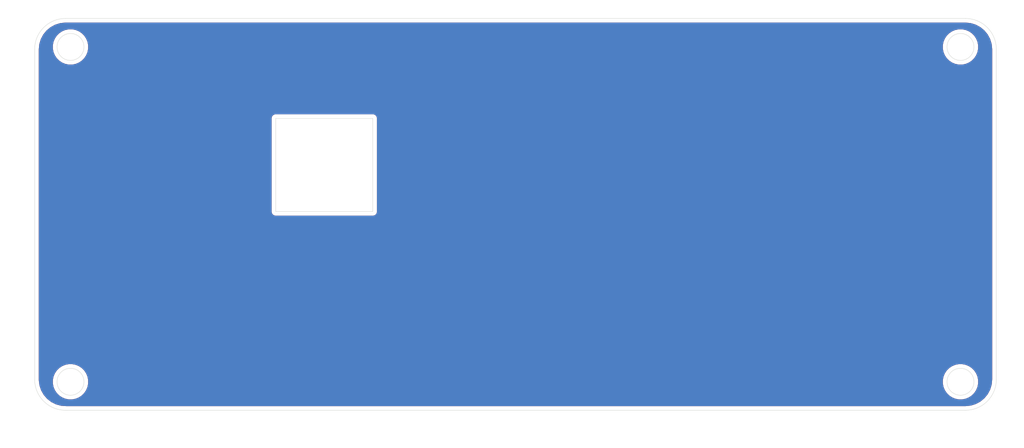
<source format=kicad_pcb>
(kicad_pcb (version 20171130) (host pcbnew "(5.1.9)-1")

  (general
    (thickness 1.6)
    (drawings 16)
    (tracks 0)
    (zones 0)
    (modules 0)
    (nets 1)
  )

  (page A4)
  (layers
    (0 F.Cu signal)
    (31 B.Cu signal)
    (32 B.Adhes user)
    (33 F.Adhes user)
    (34 B.Paste user)
    (35 F.Paste user)
    (36 B.SilkS user)
    (37 F.SilkS user)
    (38 B.Mask user)
    (39 F.Mask user)
    (40 Dwgs.User user)
    (41 Cmts.User user)
    (42 Eco1.User user)
    (43 Eco2.User user)
    (44 Edge.Cuts user)
    (45 Margin user)
    (46 B.CrtYd user)
    (47 F.CrtYd user)
    (48 B.Fab user)
    (49 F.Fab user)
  )

  (setup
    (last_trace_width 0.25)
    (trace_clearance 0.2)
    (zone_clearance 0.508)
    (zone_45_only no)
    (trace_min 0.2)
    (via_size 0.8)
    (via_drill 0.4)
    (via_min_size 0.4)
    (via_min_drill 0.3)
    (uvia_size 0.3)
    (uvia_drill 0.1)
    (uvias_allowed no)
    (uvia_min_size 0.2)
    (uvia_min_drill 0.1)
    (edge_width 0.05)
    (segment_width 0.2)
    (pcb_text_width 0.3)
    (pcb_text_size 1.5 1.5)
    (mod_edge_width 0.12)
    (mod_text_size 1 1)
    (mod_text_width 0.15)
    (pad_size 1.524 1.524)
    (pad_drill 0.762)
    (pad_to_mask_clearance 0)
    (aux_axis_origin 0 0)
    (visible_elements 7FFFFFFF)
    (pcbplotparams
      (layerselection 0x010fc_ffffffff)
      (usegerberextensions false)
      (usegerberattributes true)
      (usegerberadvancedattributes true)
      (creategerberjobfile true)
      (excludeedgelayer true)
      (linewidth 0.100000)
      (plotframeref false)
      (viasonmask false)
      (mode 1)
      (useauxorigin false)
      (hpglpennumber 1)
      (hpglpenspeed 20)
      (hpglpendiameter 15.000000)
      (psnegative false)
      (psa4output false)
      (plotreference true)
      (plotvalue true)
      (plotinvisibletext false)
      (padsonsilk false)
      (subtractmaskfromsilk false)
      (outputformat 1)
      (mirror false)
      (drillshape 0)
      (scaleselection 1)
      (outputdirectory "Gerber/"))
  )

  (net 0 "")

  (net_class Default "This is the default net class."
    (clearance 0.2)
    (trace_width 0.25)
    (via_dia 0.8)
    (via_drill 0.4)
    (uvia_dia 0.3)
    (uvia_drill 0.1)
  )

  (gr_line (start 31.285 25.085) (end 43.885 25.085) (layer Edge.Cuts) (width 0.05) (tstamp 61DCF5C1))
  (gr_line (start 31.285 12.985) (end 31.285 25.085) (layer Edge.Cuts) (width 0.05) (tstamp 61DCF5B8))
  (gr_arc (start 4 4) (end 4 0) (angle -90) (layer Edge.Cuts) (width 0.05) (tstamp 61DCF551))
  (gr_arc (start 120.8 4) (end 124.8 4) (angle -90) (layer Edge.Cuts) (width 0.05) (tstamp 61DCF54F))
  (gr_arc (start 120.8 46.9) (end 120.8 50.9) (angle -90) (layer Edge.Cuts) (width 0.05) (tstamp 61DCF54E))
  (gr_line (start 43.885 12.985) (end 43.885 25.085) (layer Edge.Cuts) (width 0.05) (tstamp 61DCF54D))
  (gr_line (start 0 4) (end 0 47) (layer Edge.Cuts) (width 0.05) (tstamp 61DCF54C))
  (gr_line (start 31.285 12.985) (end 43.885 12.985) (layer Edge.Cuts) (width 0.05) (tstamp 61DCF54A))
  (gr_line (start 4.1 50.9) (end 120.8 50.9) (layer Edge.Cuts) (width 0.05) (tstamp 61DCF549))
  (gr_line (start 124.8 46.9) (end 124.8 4) (layer Edge.Cuts) (width 0.05) (tstamp 61DCF548))
  (gr_line (start 4 0) (end 120.8 0) (layer Edge.Cuts) (width 0.05) (tstamp 61DCF547))
  (gr_circle (center 120.15 47.2) (end 121.9 47.2) (layer Edge.Cuts) (width 0.05) (tstamp 61DCF546))
  (gr_circle (center 4.65 3.7) (end 6.4 3.7) (layer Edge.Cuts) (width 0.05) (tstamp 61DCF545))
  (gr_arc (start 4 46.9) (end 0 47) (angle -90) (layer Edge.Cuts) (width 0.05) (tstamp 61DCF544))
  (gr_circle (center 120.15 3.7) (end 121.9 3.7) (layer Edge.Cuts) (width 0.05) (tstamp 61DCF543))
  (gr_circle (center 4.65 47.2) (end 6.4 47.2) (layer Edge.Cuts) (width 0.05) (tstamp 61DCF542))

  (zone (net 0) (net_name "") (layer F.Cu) (tstamp 0) (hatch edge 0.508)
    (connect_pads (clearance 0.508))
    (min_thickness 0.254)
    (fill yes (arc_segments 32) (thermal_gap 0.508) (thermal_bridge_width 0.508))
    (polygon
      (pts
        (xy 128.4 55.7) (xy -4.5 55.7) (xy -1.7 -2.4) (xy 128.4 -2.4)
      )
    )
    (filled_polygon
      (pts
        (xy 121.448126 0.726714) (xy 122.071572 0.914943) (xy 122.646579 1.220681) (xy 123.151247 1.632279) (xy 123.566362 2.134067)
        (xy 123.876105 2.706924) (xy 124.068682 3.329039) (xy 124.140001 4.007594) (xy 124.14 46.867721) (xy 124.073286 47.548126)
        (xy 123.885057 48.17157) (xy 123.579323 48.746573) (xy 123.167721 49.251248) (xy 122.665933 49.666362) (xy 122.093077 49.976104)
        (xy 121.470961 50.168682) (xy 120.792417 50.24) (xy 4.124022 50.24) (xy 3.433667 50.189692) (xy 2.805481 50.017039)
        (xy 2.2228 49.725663) (xy 1.707804 49.326653) (xy 1.280117 48.835211) (xy 0.956032 48.270063) (xy 0.747891 47.652728)
        (xy 0.66 46.978957) (xy 0.66 46.961818) (xy 2.231701 46.961818) (xy 2.231701 47.438182) (xy 2.324635 47.905392)
        (xy 2.506931 48.345494) (xy 2.771585 48.741576) (xy 3.108424 49.078415) (xy 3.504506 49.343069) (xy 3.944608 49.525365)
        (xy 4.411818 49.618299) (xy 4.888182 49.618299) (xy 5.355392 49.525365) (xy 5.795494 49.343069) (xy 6.191576 49.078415)
        (xy 6.528415 48.741576) (xy 6.793069 48.345494) (xy 6.975365 47.905392) (xy 7.068299 47.438182) (xy 7.068299 46.961818)
        (xy 117.731701 46.961818) (xy 117.731701 47.438182) (xy 117.824635 47.905392) (xy 118.006931 48.345494) (xy 118.271585 48.741576)
        (xy 118.608424 49.078415) (xy 119.004506 49.343069) (xy 119.444608 49.525365) (xy 119.911818 49.618299) (xy 120.388182 49.618299)
        (xy 120.855392 49.525365) (xy 121.295494 49.343069) (xy 121.691576 49.078415) (xy 122.028415 48.741576) (xy 122.293069 48.345494)
        (xy 122.475365 47.905392) (xy 122.568299 47.438182) (xy 122.568299 46.961818) (xy 122.475365 46.494608) (xy 122.293069 46.054506)
        (xy 122.028415 45.658424) (xy 121.691576 45.321585) (xy 121.295494 45.056931) (xy 120.855392 44.874635) (xy 120.388182 44.781701)
        (xy 119.911818 44.781701) (xy 119.444608 44.874635) (xy 119.004506 45.056931) (xy 118.608424 45.321585) (xy 118.271585 45.658424)
        (xy 118.006931 46.054506) (xy 117.824635 46.494608) (xy 117.731701 46.961818) (xy 7.068299 46.961818) (xy 6.975365 46.494608)
        (xy 6.793069 46.054506) (xy 6.528415 45.658424) (xy 6.191576 45.321585) (xy 5.795494 45.056931) (xy 5.355392 44.874635)
        (xy 4.888182 44.781701) (xy 4.411818 44.781701) (xy 3.944608 44.874635) (xy 3.504506 45.056931) (xy 3.108424 45.321585)
        (xy 2.771585 45.658424) (xy 2.506931 46.054506) (xy 2.324635 46.494608) (xy 2.231701 46.961818) (xy 0.66 46.961818)
        (xy 0.66 12.985) (xy 30.621807 12.985) (xy 30.625 13.017419) (xy 30.625001 25.052571) (xy 30.621807 25.085)
        (xy 30.63455 25.214383) (xy 30.67229 25.338793) (xy 30.733575 25.45345) (xy 30.816052 25.553948) (xy 30.91655 25.636425)
        (xy 31.031207 25.69771) (xy 31.155617 25.73545) (xy 31.252581 25.745) (xy 31.285 25.748193) (xy 31.317419 25.745)
        (xy 43.852581 25.745) (xy 43.885 25.748193) (xy 43.917419 25.745) (xy 44.014383 25.73545) (xy 44.138793 25.69771)
        (xy 44.25345 25.636425) (xy 44.353948 25.553948) (xy 44.436425 25.45345) (xy 44.49771 25.338793) (xy 44.53545 25.214383)
        (xy 44.548193 25.085) (xy 44.545 25.052581) (xy 44.545 13.017419) (xy 44.548193 12.985) (xy 44.53545 12.855617)
        (xy 44.49771 12.731207) (xy 44.436425 12.61655) (xy 44.353948 12.516052) (xy 44.25345 12.433575) (xy 44.138793 12.37229)
        (xy 44.014383 12.33455) (xy 43.917419 12.325) (xy 43.885 12.321807) (xy 43.852581 12.325) (xy 31.317419 12.325)
        (xy 31.285 12.321807) (xy 31.252581 12.325) (xy 31.155617 12.33455) (xy 31.031207 12.37229) (xy 30.91655 12.433575)
        (xy 30.816052 12.516052) (xy 30.733575 12.61655) (xy 30.67229 12.731207) (xy 30.63455 12.855617) (xy 30.621807 12.985)
        (xy 0.66 12.985) (xy 0.66 4.032278) (xy 0.715933 3.461818) (xy 2.231701 3.461818) (xy 2.231701 3.938182)
        (xy 2.324635 4.405392) (xy 2.506931 4.845494) (xy 2.771585 5.241576) (xy 3.108424 5.578415) (xy 3.504506 5.843069)
        (xy 3.944608 6.025365) (xy 4.411818 6.118299) (xy 4.888182 6.118299) (xy 5.355392 6.025365) (xy 5.795494 5.843069)
        (xy 6.191576 5.578415) (xy 6.528415 5.241576) (xy 6.793069 4.845494) (xy 6.975365 4.405392) (xy 7.068299 3.938182)
        (xy 7.068299 3.461818) (xy 117.731701 3.461818) (xy 117.731701 3.938182) (xy 117.824635 4.405392) (xy 118.006931 4.845494)
        (xy 118.271585 5.241576) (xy 118.608424 5.578415) (xy 119.004506 5.843069) (xy 119.444608 6.025365) (xy 119.911818 6.118299)
        (xy 120.388182 6.118299) (xy 120.855392 6.025365) (xy 121.295494 5.843069) (xy 121.691576 5.578415) (xy 122.028415 5.241576)
        (xy 122.293069 4.845494) (xy 122.475365 4.405392) (xy 122.568299 3.938182) (xy 122.568299 3.461818) (xy 122.475365 2.994608)
        (xy 122.293069 2.554506) (xy 122.028415 2.158424) (xy 121.691576 1.821585) (xy 121.295494 1.556931) (xy 120.855392 1.374635)
        (xy 120.388182 1.281701) (xy 119.911818 1.281701) (xy 119.444608 1.374635) (xy 119.004506 1.556931) (xy 118.608424 1.821585)
        (xy 118.271585 2.158424) (xy 118.006931 2.554506) (xy 117.824635 2.994608) (xy 117.731701 3.461818) (xy 7.068299 3.461818)
        (xy 6.975365 2.994608) (xy 6.793069 2.554506) (xy 6.528415 2.158424) (xy 6.191576 1.821585) (xy 5.795494 1.556931)
        (xy 5.355392 1.374635) (xy 4.888182 1.281701) (xy 4.411818 1.281701) (xy 3.944608 1.374635) (xy 3.504506 1.556931)
        (xy 3.108424 1.821585) (xy 2.771585 2.158424) (xy 2.506931 2.554506) (xy 2.324635 2.994608) (xy 2.231701 3.461818)
        (xy 0.715933 3.461818) (xy 0.726714 3.351874) (xy 0.914943 2.728428) (xy 1.220681 2.153421) (xy 1.632279 1.648753)
        (xy 2.134067 1.233638) (xy 2.706924 0.923895) (xy 3.329039 0.731318) (xy 4.007584 0.66) (xy 120.767722 0.66)
      )
    )
  )
  (zone (net 0) (net_name "") (layer B.Cu) (tstamp 0) (hatch edge 0.508)
    (connect_pads (clearance 0.508))
    (min_thickness 0.254)
    (fill yes (arc_segments 32) (thermal_gap 0.508) (thermal_bridge_width 0.508))
    (polygon
      (pts
        (xy 128.3 55.8) (xy -2.9 55.8) (xy -1.7 -2.2) (xy 128.3 -2.2)
      )
    )
    (filled_polygon
      (pts
        (xy 121.448126 0.726714) (xy 122.071572 0.914943) (xy 122.646579 1.220681) (xy 123.151247 1.632279) (xy 123.566362 2.134067)
        (xy 123.876105 2.706924) (xy 124.068682 3.329039) (xy 124.140001 4.007594) (xy 124.14 46.867721) (xy 124.073286 47.548126)
        (xy 123.885057 48.17157) (xy 123.579323 48.746573) (xy 123.167721 49.251248) (xy 122.665933 49.666362) (xy 122.093077 49.976104)
        (xy 121.470961 50.168682) (xy 120.792417 50.24) (xy 4.124022 50.24) (xy 3.433667 50.189692) (xy 2.805481 50.017039)
        (xy 2.2228 49.725663) (xy 1.707804 49.326653) (xy 1.280117 48.835211) (xy 0.956032 48.270063) (xy 0.747891 47.652728)
        (xy 0.66 46.978957) (xy 0.66 46.961818) (xy 2.231701 46.961818) (xy 2.231701 47.438182) (xy 2.324635 47.905392)
        (xy 2.506931 48.345494) (xy 2.771585 48.741576) (xy 3.108424 49.078415) (xy 3.504506 49.343069) (xy 3.944608 49.525365)
        (xy 4.411818 49.618299) (xy 4.888182 49.618299) (xy 5.355392 49.525365) (xy 5.795494 49.343069) (xy 6.191576 49.078415)
        (xy 6.528415 48.741576) (xy 6.793069 48.345494) (xy 6.975365 47.905392) (xy 7.068299 47.438182) (xy 7.068299 46.961818)
        (xy 117.731701 46.961818) (xy 117.731701 47.438182) (xy 117.824635 47.905392) (xy 118.006931 48.345494) (xy 118.271585 48.741576)
        (xy 118.608424 49.078415) (xy 119.004506 49.343069) (xy 119.444608 49.525365) (xy 119.911818 49.618299) (xy 120.388182 49.618299)
        (xy 120.855392 49.525365) (xy 121.295494 49.343069) (xy 121.691576 49.078415) (xy 122.028415 48.741576) (xy 122.293069 48.345494)
        (xy 122.475365 47.905392) (xy 122.568299 47.438182) (xy 122.568299 46.961818) (xy 122.475365 46.494608) (xy 122.293069 46.054506)
        (xy 122.028415 45.658424) (xy 121.691576 45.321585) (xy 121.295494 45.056931) (xy 120.855392 44.874635) (xy 120.388182 44.781701)
        (xy 119.911818 44.781701) (xy 119.444608 44.874635) (xy 119.004506 45.056931) (xy 118.608424 45.321585) (xy 118.271585 45.658424)
        (xy 118.006931 46.054506) (xy 117.824635 46.494608) (xy 117.731701 46.961818) (xy 7.068299 46.961818) (xy 6.975365 46.494608)
        (xy 6.793069 46.054506) (xy 6.528415 45.658424) (xy 6.191576 45.321585) (xy 5.795494 45.056931) (xy 5.355392 44.874635)
        (xy 4.888182 44.781701) (xy 4.411818 44.781701) (xy 3.944608 44.874635) (xy 3.504506 45.056931) (xy 3.108424 45.321585)
        (xy 2.771585 45.658424) (xy 2.506931 46.054506) (xy 2.324635 46.494608) (xy 2.231701 46.961818) (xy 0.66 46.961818)
        (xy 0.66 12.985) (xy 30.621807 12.985) (xy 30.625 13.017419) (xy 30.625001 25.052571) (xy 30.621807 25.085)
        (xy 30.63455 25.214383) (xy 30.67229 25.338793) (xy 30.733575 25.45345) (xy 30.816052 25.553948) (xy 30.91655 25.636425)
        (xy 31.031207 25.69771) (xy 31.155617 25.73545) (xy 31.252581 25.745) (xy 31.285 25.748193) (xy 31.317419 25.745)
        (xy 43.852581 25.745) (xy 43.885 25.748193) (xy 43.917419 25.745) (xy 44.014383 25.73545) (xy 44.138793 25.69771)
        (xy 44.25345 25.636425) (xy 44.353948 25.553948) (xy 44.436425 25.45345) (xy 44.49771 25.338793) (xy 44.53545 25.214383)
        (xy 44.548193 25.085) (xy 44.545 25.052581) (xy 44.545 13.017419) (xy 44.548193 12.985) (xy 44.53545 12.855617)
        (xy 44.49771 12.731207) (xy 44.436425 12.61655) (xy 44.353948 12.516052) (xy 44.25345 12.433575) (xy 44.138793 12.37229)
        (xy 44.014383 12.33455) (xy 43.917419 12.325) (xy 43.885 12.321807) (xy 43.852581 12.325) (xy 31.317419 12.325)
        (xy 31.285 12.321807) (xy 31.252581 12.325) (xy 31.155617 12.33455) (xy 31.031207 12.37229) (xy 30.91655 12.433575)
        (xy 30.816052 12.516052) (xy 30.733575 12.61655) (xy 30.67229 12.731207) (xy 30.63455 12.855617) (xy 30.621807 12.985)
        (xy 0.66 12.985) (xy 0.66 4.032278) (xy 0.715933 3.461818) (xy 2.231701 3.461818) (xy 2.231701 3.938182)
        (xy 2.324635 4.405392) (xy 2.506931 4.845494) (xy 2.771585 5.241576) (xy 3.108424 5.578415) (xy 3.504506 5.843069)
        (xy 3.944608 6.025365) (xy 4.411818 6.118299) (xy 4.888182 6.118299) (xy 5.355392 6.025365) (xy 5.795494 5.843069)
        (xy 6.191576 5.578415) (xy 6.528415 5.241576) (xy 6.793069 4.845494) (xy 6.975365 4.405392) (xy 7.068299 3.938182)
        (xy 7.068299 3.461818) (xy 117.731701 3.461818) (xy 117.731701 3.938182) (xy 117.824635 4.405392) (xy 118.006931 4.845494)
        (xy 118.271585 5.241576) (xy 118.608424 5.578415) (xy 119.004506 5.843069) (xy 119.444608 6.025365) (xy 119.911818 6.118299)
        (xy 120.388182 6.118299) (xy 120.855392 6.025365) (xy 121.295494 5.843069) (xy 121.691576 5.578415) (xy 122.028415 5.241576)
        (xy 122.293069 4.845494) (xy 122.475365 4.405392) (xy 122.568299 3.938182) (xy 122.568299 3.461818) (xy 122.475365 2.994608)
        (xy 122.293069 2.554506) (xy 122.028415 2.158424) (xy 121.691576 1.821585) (xy 121.295494 1.556931) (xy 120.855392 1.374635)
        (xy 120.388182 1.281701) (xy 119.911818 1.281701) (xy 119.444608 1.374635) (xy 119.004506 1.556931) (xy 118.608424 1.821585)
        (xy 118.271585 2.158424) (xy 118.006931 2.554506) (xy 117.824635 2.994608) (xy 117.731701 3.461818) (xy 7.068299 3.461818)
        (xy 6.975365 2.994608) (xy 6.793069 2.554506) (xy 6.528415 2.158424) (xy 6.191576 1.821585) (xy 5.795494 1.556931)
        (xy 5.355392 1.374635) (xy 4.888182 1.281701) (xy 4.411818 1.281701) (xy 3.944608 1.374635) (xy 3.504506 1.556931)
        (xy 3.108424 1.821585) (xy 2.771585 2.158424) (xy 2.506931 2.554506) (xy 2.324635 2.994608) (xy 2.231701 3.461818)
        (xy 0.715933 3.461818) (xy 0.726714 3.351874) (xy 0.914943 2.728428) (xy 1.220681 2.153421) (xy 1.632279 1.648753)
        (xy 2.134067 1.233638) (xy 2.706924 0.923895) (xy 3.329039 0.731318) (xy 4.007584 0.66) (xy 120.767722 0.66)
      )
    )
  )
)

</source>
